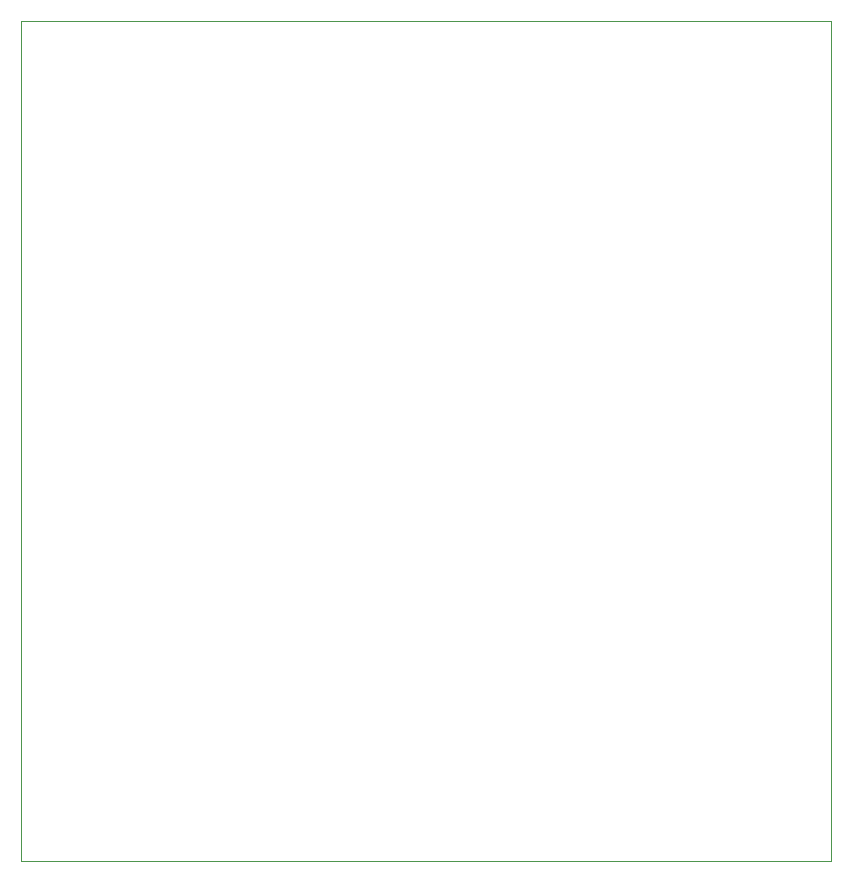
<source format=gbr>
%TF.GenerationSoftware,KiCad,Pcbnew,7.0.10*%
%TF.CreationDate,2024-02-22T22:17:08-08:00*%
%TF.ProjectId,PicoProbePCB,5069636f-5072-46f6-9265-5043422e6b69,rev?*%
%TF.SameCoordinates,Original*%
%TF.FileFunction,Profile,NP*%
%FSLAX46Y46*%
G04 Gerber Fmt 4.6, Leading zero omitted, Abs format (unit mm)*
G04 Created by KiCad (PCBNEW 7.0.10) date 2024-02-22 22:17:08*
%MOMM*%
%LPD*%
G01*
G04 APERTURE LIST*
%TA.AperFunction,Profile*%
%ADD10C,0.100000*%
%TD*%
G04 APERTURE END LIST*
D10*
X157480000Y-66040000D02*
X226060000Y-66040000D01*
X226060000Y-137160000D01*
X157480000Y-137160000D01*
X157480000Y-66040000D01*
M02*

</source>
